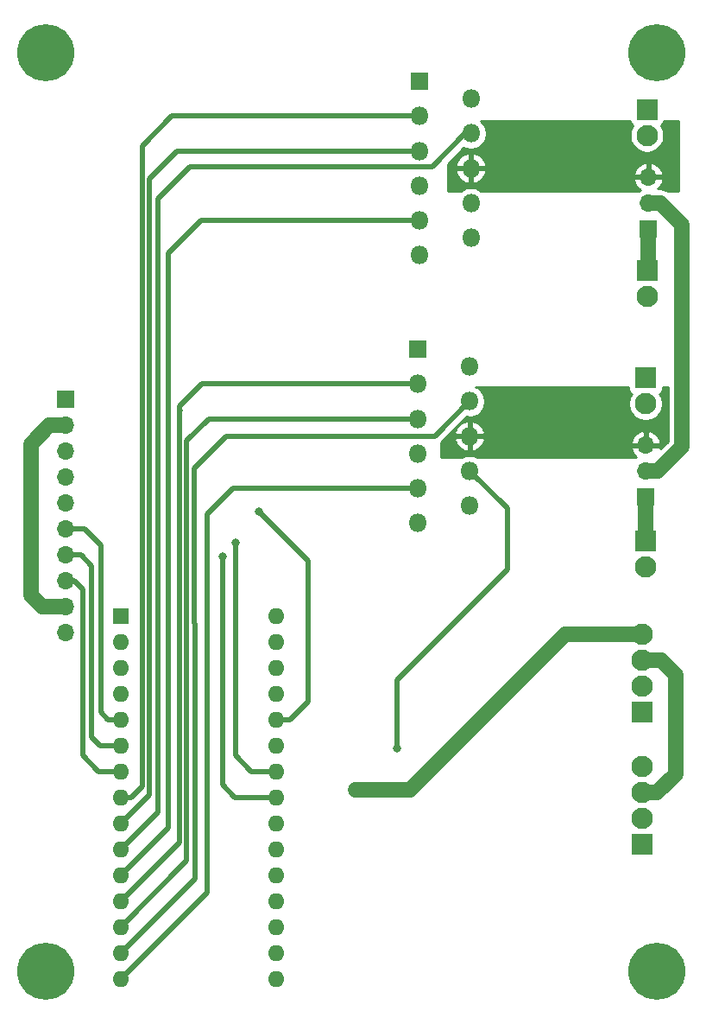
<source format=gbr>
%TF.GenerationSoftware,KiCad,Pcbnew,5.1.10-1.fc34*%
%TF.CreationDate,2021-06-08T11:51:25-04:00*%
%TF.ProjectId,BREAD_Slice,42524541-445f-4536-9c69-63652e6b6963,rev?*%
%TF.SameCoordinates,Original*%
%TF.FileFunction,Copper,L1,Top*%
%TF.FilePolarity,Positive*%
%FSLAX46Y46*%
G04 Gerber Fmt 4.6, Leading zero omitted, Abs format (unit mm)*
G04 Created by KiCad (PCBNEW 5.1.10-1.fc34) date 2021-06-08 11:51:25*
%MOMM*%
%LPD*%
G01*
G04 APERTURE LIST*
%TA.AperFunction,ComponentPad*%
%ADD10O,1.800000X1.800000*%
%TD*%
%TA.AperFunction,ComponentPad*%
%ADD11R,1.800000X1.800000*%
%TD*%
%TA.AperFunction,ComponentPad*%
%ADD12O,1.600000X1.600000*%
%TD*%
%TA.AperFunction,ComponentPad*%
%ADD13R,1.600000X1.600000*%
%TD*%
%TA.AperFunction,ComponentPad*%
%ADD14C,2.100000*%
%TD*%
%TA.AperFunction,ComponentPad*%
%ADD15R,2.100000X2.100000*%
%TD*%
%TA.AperFunction,ComponentPad*%
%ADD16O,1.700000X1.700000*%
%TD*%
%TA.AperFunction,ComponentPad*%
%ADD17R,1.700000X1.700000*%
%TD*%
%TA.AperFunction,ComponentPad*%
%ADD18C,5.600000*%
%TD*%
%TA.AperFunction,ViaPad*%
%ADD19C,1.500000*%
%TD*%
%TA.AperFunction,ViaPad*%
%ADD20C,0.800000*%
%TD*%
%TA.AperFunction,Conductor*%
%ADD21C,1.500000*%
%TD*%
%TA.AperFunction,Conductor*%
%ADD22C,0.500000*%
%TD*%
%TA.AperFunction,Conductor*%
%ADD23C,0.254000*%
%TD*%
%TA.AperFunction,Conductor*%
%ADD24C,0.100000*%
%TD*%
G04 APERTURE END LIST*
D10*
%TO.P,U2,11*%
%TO.N,Net-(C8-Pad1)*%
X164256000Y-64636000D03*
%TO.P,U2,10*%
%TO.N,Net-(C8-Pad2)*%
X169336000Y-62936000D03*
%TO.P,U2,9*%
%TO.N,/THRM2*%
X164256000Y-61236000D03*
%TO.P,U2,8*%
%TO.N,/CSEN2*%
X169336000Y-59536000D03*
%TO.P,U2,7*%
%TO.N,GND*%
X164256000Y-57836000D03*
%TO.P,U2,6*%
%TO.N,Net-(C4-Pad1)*%
X169336000Y-56136000D03*
%TO.P,U2,5*%
%TO.N,/MC2*%
X164256000Y-54436000D03*
%TO.P,U2,4*%
%TO.N,/BR2*%
X169336000Y-52736000D03*
%TO.P,U2,3*%
%TO.N,/DIR2*%
X164256000Y-51036000D03*
%TO.P,U2,2*%
%TO.N,Net-(C7-Pad1)*%
X169336000Y-49336000D03*
D11*
%TO.P,U2,1*%
%TO.N,Net-(C7-Pad2)*%
X164256000Y-47636000D03*
%TD*%
D12*
%TO.P,A1,16*%
%TO.N,Net-(A1-Pad16)*%
X150240000Y-135560000D03*
%TO.P,A1,15*%
%TO.N,/THRM1*%
X135000000Y-135560000D03*
%TO.P,A1,30*%
%TO.N,+12V*%
X150240000Y-100000000D03*
%TO.P,A1,14*%
%TO.N,/BR1*%
X135000000Y-133020000D03*
%TO.P,A1,29*%
%TO.N,GND*%
X150240000Y-102540000D03*
%TO.P,A1,13*%
%TO.N,/MC1*%
X135000000Y-130480000D03*
%TO.P,A1,28*%
%TO.N,Net-(A1-Pad28)*%
X150240000Y-105080000D03*
%TO.P,A1,12*%
%TO.N,/DIR1*%
X135000000Y-127940000D03*
%TO.P,A1,27*%
%TO.N,+5V*%
X150240000Y-107620000D03*
%TO.P,A1,11*%
%TO.N,/THRM2*%
X135000000Y-125400000D03*
%TO.P,A1,26*%
%TO.N,/CSEN2*%
X150240000Y-110160000D03*
%TO.P,A1,10*%
%TO.N,/BR2*%
X135000000Y-122860000D03*
%TO.P,A1,25*%
%TO.N,/CSEN1*%
X150240000Y-112700000D03*
%TO.P,A1,9*%
%TO.N,/MC2*%
X135000000Y-120320000D03*
%TO.P,A1,24*%
%TO.N,/I2C_CLK*%
X150240000Y-115240000D03*
%TO.P,A1,8*%
%TO.N,/DIR2*%
X135000000Y-117780000D03*
%TO.P,A1,23*%
%TO.N,/I2C_DAT*%
X150240000Y-117780000D03*
%TO.P,A1,7*%
%TO.N,/SYNC*%
X135000000Y-115240000D03*
%TO.P,A1,22*%
%TO.N,/B2*%
X150240000Y-120320000D03*
%TO.P,A1,6*%
%TO.N,/INT*%
X135000000Y-112700000D03*
%TO.P,A1,21*%
%TO.N,/A2*%
X150240000Y-122860000D03*
%TO.P,A1,5*%
%TO.N,/E_STOP*%
X135000000Y-110160000D03*
%TO.P,A1,20*%
%TO.N,/B1*%
X150240000Y-125400000D03*
%TO.P,A1,4*%
%TO.N,GND*%
X135000000Y-107620000D03*
%TO.P,A1,19*%
%TO.N,/A1*%
X150240000Y-127940000D03*
%TO.P,A1,3*%
%TO.N,Net-(A1-Pad3)*%
X135000000Y-105080000D03*
%TO.P,A1,18*%
%TO.N,Net-(A1-Pad18)*%
X150240000Y-130480000D03*
%TO.P,A1,2*%
%TO.N,Net-(A1-Pad2)*%
X135000000Y-102540000D03*
%TO.P,A1,17*%
%TO.N,Net-(A1-Pad17)*%
X150240000Y-133020000D03*
D13*
%TO.P,A1,1*%
%TO.N,Net-(A1-Pad1)*%
X135000000Y-100000000D03*
%TD*%
D10*
%TO.P,U1,11*%
%TO.N,Net-(C6-Pad1)*%
X164129000Y-90887000D03*
%TO.P,U1,10*%
%TO.N,Net-(C6-Pad2)*%
X169209000Y-89187000D03*
%TO.P,U1,9*%
%TO.N,/THRM1*%
X164129000Y-87487000D03*
%TO.P,U1,8*%
%TO.N,/CSEN1*%
X169209000Y-85787000D03*
%TO.P,U1,7*%
%TO.N,GND*%
X164129000Y-84087000D03*
%TO.P,U1,6*%
%TO.N,Net-(C3-Pad1)*%
X169209000Y-82387000D03*
%TO.P,U1,5*%
%TO.N,/MC1*%
X164129000Y-80687000D03*
%TO.P,U1,4*%
%TO.N,/BR1*%
X169209000Y-78987000D03*
%TO.P,U1,3*%
%TO.N,/DIR1*%
X164129000Y-77287000D03*
%TO.P,U1,2*%
%TO.N,Net-(C5-Pad1)*%
X169209000Y-75587000D03*
D11*
%TO.P,U1,1*%
%TO.N,Net-(C5-Pad2)*%
X164129000Y-73887000D03*
%TD*%
D14*
%TO.P,J9,2*%
%TO.N,GND*%
X186608000Y-68680000D03*
D15*
%TO.P,J9,1*%
%TO.N,/CUST2*%
X186608000Y-66140000D03*
%TD*%
D14*
%TO.P,J8,2*%
%TO.N,GND*%
X186481000Y-95223000D03*
D15*
%TO.P,J8,1*%
%TO.N,/CUST1*%
X186481000Y-92683000D03*
%TD*%
D14*
%TO.P,J7,2*%
%TO.N,Net-(C8-Pad2)*%
X186608000Y-52932000D03*
D15*
%TO.P,J7,1*%
%TO.N,Net-(C7-Pad1)*%
X186608000Y-50392000D03*
%TD*%
D14*
%TO.P,J6,2*%
%TO.N,Net-(C6-Pad2)*%
X186481000Y-79221000D03*
D15*
%TO.P,J6,1*%
%TO.N,Net-(C5-Pad1)*%
X186481000Y-76681000D03*
%TD*%
D16*
%TO.P,J5,3*%
%TO.N,Net-(C4-Pad1)*%
X186735000Y-56996000D03*
%TO.P,J5,2*%
%TO.N,+12V*%
X186735000Y-59536000D03*
D17*
%TO.P,J5,1*%
%TO.N,/CUST2*%
X186735000Y-62076000D03*
%TD*%
D16*
%TO.P,J4,3*%
%TO.N,Net-(C3-Pad1)*%
X186481000Y-83285000D03*
%TO.P,J4,2*%
%TO.N,+12V*%
X186481000Y-85825000D03*
D17*
%TO.P,J4,1*%
%TO.N,/CUST1*%
X186481000Y-88365000D03*
%TD*%
D14*
%TO.P,J3,4*%
%TO.N,GND*%
X186100000Y-101827000D03*
%TO.P,J3,3*%
%TO.N,+5V*%
X186100000Y-104367000D03*
%TO.P,J3,2*%
%TO.N,/B2*%
X186100000Y-106907000D03*
D15*
%TO.P,J3,1*%
%TO.N,/A2*%
X186100000Y-109447000D03*
%TD*%
D14*
%TO.P,J2,4*%
%TO.N,GND*%
X186100000Y-114781000D03*
%TO.P,J2,3*%
%TO.N,+5V*%
X186100000Y-117321000D03*
%TO.P,J2,2*%
%TO.N,/B1*%
X186100000Y-119861000D03*
D15*
%TO.P,J2,1*%
%TO.N,/A1*%
X186100000Y-122401000D03*
%TD*%
D18*
%TO.P,H4,1*%
%TO.N,N/C*%
X187600000Y-134800000D03*
%TD*%
%TO.P,H3,1*%
%TO.N,N/C*%
X127600000Y-134800000D03*
%TD*%
%TO.P,H2,1*%
%TO.N,N/C*%
X187600000Y-44800000D03*
%TD*%
%TO.P,H1,1*%
%TO.N,N/C*%
X127600000Y-44800000D03*
%TD*%
D13*
%TO.P,A1,1*%
%TO.N,Net-(A1-Pad1)*%
X135000000Y-100000000D03*
D12*
%TO.P,A1,17*%
%TO.N,Net-(A1-Pad17)*%
X150240000Y-133020000D03*
%TO.P,A1,2*%
%TO.N,Net-(A1-Pad2)*%
X135000000Y-102540000D03*
%TO.P,A1,18*%
%TO.N,Net-(A1-Pad18)*%
X150240000Y-130480000D03*
%TO.P,A1,3*%
%TO.N,Net-(A1-Pad3)*%
X135000000Y-105080000D03*
%TO.P,A1,19*%
%TO.N,/A1*%
X150240000Y-127940000D03*
%TO.P,A1,4*%
%TO.N,GND*%
X135000000Y-107620000D03*
%TO.P,A1,20*%
%TO.N,/B1*%
X150240000Y-125400000D03*
%TO.P,A1,5*%
%TO.N,/E_STOP*%
X135000000Y-110160000D03*
%TO.P,A1,21*%
%TO.N,/A2*%
X150240000Y-122860000D03*
%TO.P,A1,6*%
%TO.N,/INT*%
X135000000Y-112700000D03*
%TO.P,A1,22*%
%TO.N,/B2*%
X150240000Y-120320000D03*
%TO.P,A1,7*%
%TO.N,/SYNC*%
X135000000Y-115240000D03*
%TO.P,A1,23*%
%TO.N,/I2C_DAT*%
X150240000Y-117780000D03*
%TO.P,A1,8*%
%TO.N,/DIR2*%
X135000000Y-117780000D03*
%TO.P,A1,24*%
%TO.N,/I2C_CLK*%
X150240000Y-115240000D03*
%TO.P,A1,9*%
%TO.N,/MC2*%
X135000000Y-120320000D03*
%TO.P,A1,25*%
%TO.N,/CSEN1*%
X150240000Y-112700000D03*
%TO.P,A1,10*%
%TO.N,/BR2*%
X135000000Y-122860000D03*
%TO.P,A1,26*%
%TO.N,/CSEN2*%
X150240000Y-110160000D03*
%TO.P,A1,11*%
%TO.N,/THRM2*%
X135000000Y-125400000D03*
%TO.P,A1,27*%
%TO.N,+5V*%
X150240000Y-107620000D03*
%TO.P,A1,12*%
%TO.N,/DIR1*%
X135000000Y-127940000D03*
%TO.P,A1,28*%
%TO.N,Net-(A1-Pad28)*%
X150240000Y-105080000D03*
%TO.P,A1,13*%
%TO.N,/MC1*%
X135000000Y-130480000D03*
%TO.P,A1,29*%
%TO.N,GND*%
X150240000Y-102540000D03*
%TO.P,A1,14*%
%TO.N,/BR1*%
X135000000Y-133020000D03*
%TO.P,A1,30*%
%TO.N,+12V*%
X150240000Y-100000000D03*
%TO.P,A1,15*%
%TO.N,/THRM1*%
X135000000Y-135560000D03*
%TO.P,A1,16*%
%TO.N,Net-(A1-Pad16)*%
X150240000Y-135560000D03*
%TD*%
D17*
%TO.P,J1,1*%
%TO.N,GND*%
X129600000Y-78800000D03*
D16*
%TO.P,J1,2*%
%TO.N,+12V*%
X129600000Y-81340000D03*
%TO.P,J1,3*%
%TO.N,/I2C_CLK*%
X129600000Y-83880000D03*
%TO.P,J1,4*%
%TO.N,/I2C_DAT*%
X129600000Y-86420000D03*
%TO.P,J1,5*%
%TO.N,GND*%
X129600000Y-88960000D03*
%TO.P,J1,6*%
%TO.N,/E_STOP*%
X129600000Y-91500000D03*
%TO.P,J1,7*%
%TO.N,/INT*%
X129600000Y-94040000D03*
%TO.P,J1,8*%
%TO.N,/SYNC*%
X129600000Y-96580000D03*
%TO.P,J1,9*%
%TO.N,+12V*%
X129600000Y-99120000D03*
%TO.P,J1,10*%
%TO.N,GND*%
X129600000Y-101660000D03*
%TD*%
D19*
%TO.N,GND*%
X158033000Y-117067000D03*
D20*
%TO.N,/I2C_CLK*%
X146222000Y-92810000D03*
%TO.N,/I2C_DAT*%
X144952000Y-94207000D03*
%TO.N,/CSEN1*%
X162097000Y-113003000D03*
%TO.N,/CSEN2*%
X148508000Y-89762000D03*
%TD*%
D21*
%TO.N,GND*%
X186100000Y-101827000D02*
X178607000Y-101827000D01*
X163367000Y-117067000D02*
X158033000Y-117067000D01*
X178607000Y-101827000D02*
X163367000Y-117067000D01*
%TO.N,+5V*%
X187584924Y-117321000D02*
X186100000Y-117321000D01*
X189402000Y-115503924D02*
X187584924Y-117321000D01*
X189402000Y-105764000D02*
X189402000Y-115503924D01*
X188005000Y-104367000D02*
X189402000Y-105764000D01*
X186100000Y-104367000D02*
X188005000Y-104367000D01*
D22*
%TO.N,/I2C_CLK*%
X150240000Y-115240000D02*
X147824000Y-115240000D01*
X146222000Y-113638000D02*
X146222000Y-92810000D01*
X147824000Y-115240000D02*
X146222000Y-113638000D01*
%TO.N,/I2C_DAT*%
X150240000Y-117780000D02*
X146173000Y-117780000D01*
X144952000Y-116559000D02*
X144952000Y-94207000D01*
X146173000Y-117780000D02*
X144952000Y-116559000D01*
%TO.N,/SYNC*%
X135000000Y-115240000D02*
X132838000Y-115240000D01*
X132838000Y-115240000D02*
X131236000Y-113638000D01*
X131236000Y-113638000D02*
X131236000Y-97382000D01*
X130434000Y-96580000D02*
X129600000Y-96580000D01*
X131236000Y-97382000D02*
X130434000Y-96580000D01*
%TO.N,/E_STOP*%
X135000000Y-110160000D02*
X133727000Y-110160000D01*
X133727000Y-110160000D02*
X133014000Y-109447000D01*
X133014000Y-109447000D02*
X133014000Y-93064000D01*
X131450000Y-91500000D02*
X129600000Y-91500000D01*
X133014000Y-93064000D02*
X131450000Y-91500000D01*
D21*
%TO.N,+12V*%
X129600000Y-81340000D02*
X127974000Y-81340000D01*
X127974000Y-81340000D02*
X126156000Y-83158000D01*
X126156000Y-83158000D02*
X126156000Y-98017000D01*
X127259000Y-99120000D02*
X129600000Y-99120000D01*
X126156000Y-98017000D02*
X127259000Y-99120000D01*
X187937081Y-59536000D02*
X190037000Y-61635919D01*
X186735000Y-59536000D02*
X187937081Y-59536000D01*
X187683081Y-85825000D02*
X186481000Y-85825000D01*
X190037000Y-83471081D02*
X187683081Y-85825000D01*
X190037000Y-61635919D02*
X190037000Y-83471081D01*
D22*
%TO.N,/INT*%
X131069000Y-94040000D02*
X129600000Y-94040000D01*
X132125000Y-95096000D02*
X131069000Y-94040000D01*
X132125000Y-111860000D02*
X132125000Y-95096000D01*
X132965000Y-112700000D02*
X132125000Y-111860000D01*
X135000000Y-112700000D02*
X132965000Y-112700000D01*
%TO.N,/BR1*%
X169189000Y-78987000D02*
X169209000Y-78987000D01*
X165780000Y-82396000D02*
X169189000Y-78987000D01*
X145333000Y-82396000D02*
X165780000Y-82396000D01*
X142161020Y-85567980D02*
X145333000Y-82396000D01*
X142285000Y-100811000D02*
X142161020Y-100687020D01*
X142161020Y-100687020D02*
X142161020Y-85567980D01*
X142285000Y-125735000D02*
X142285000Y-100811000D01*
X135000000Y-133020000D02*
X142285000Y-125735000D01*
%TO.N,/BR2*%
X168770000Y-52736000D02*
X169336000Y-52736000D01*
X165526000Y-55980000D02*
X168770000Y-52736000D01*
X141777000Y-55980000D02*
X165526000Y-55980000D01*
X138602000Y-59155000D02*
X141777000Y-55980000D01*
X138602000Y-119258000D02*
X138602000Y-59155000D01*
X135000000Y-122860000D02*
X138602000Y-119258000D01*
%TO.N,/CSEN1*%
X162097000Y-113003000D02*
X162097000Y-106272000D01*
X162097000Y-106272000D02*
X172892000Y-95477000D01*
X172892000Y-89470000D02*
X169209000Y-85787000D01*
X172892000Y-95477000D02*
X172892000Y-89470000D01*
%TO.N,/DIR1*%
X135000000Y-127940000D02*
X140761000Y-122179000D01*
X140761000Y-79856000D02*
X140830000Y-79856000D01*
X140761000Y-122179000D02*
X140761000Y-79856000D01*
X140761000Y-79475000D02*
X142949000Y-77287000D01*
X140761000Y-79856000D02*
X140761000Y-79475000D01*
X142949000Y-77287000D02*
X164129000Y-77287000D01*
%TO.N,/CSEN2*%
X150240000Y-110160000D02*
X151605000Y-110160000D01*
X151605000Y-110160000D02*
X153334000Y-108431000D01*
X153334000Y-94588000D02*
X148508000Y-89762000D01*
X153334000Y-108431000D02*
X153334000Y-94588000D01*
%TO.N,/DIR2*%
X135000000Y-117780000D02*
X135984000Y-117780000D01*
X135984000Y-117780000D02*
X137078000Y-116686000D01*
X139990000Y-51036000D02*
X142802000Y-51036000D01*
X137078000Y-53948000D02*
X139990000Y-51036000D01*
X142802000Y-51036000D02*
X164256000Y-51036000D01*
X137078000Y-116686000D02*
X137078000Y-53948000D01*
%TO.N,/MC1*%
X143624000Y-80687000D02*
X164129000Y-80687000D01*
X141461010Y-82849990D02*
X143624000Y-80687000D01*
X141461010Y-124018990D02*
X141461010Y-82849990D01*
X135000000Y-130480000D02*
X141461010Y-124018990D01*
%TO.N,/MC2*%
X140527000Y-54436000D02*
X164256000Y-54436000D01*
X137778010Y-57184990D02*
X140527000Y-54436000D01*
X137778010Y-117541990D02*
X137778010Y-57184990D01*
X135000000Y-120320000D02*
X137778010Y-117541990D01*
%TO.N,/THRM1*%
X135000000Y-135560000D02*
X143428000Y-127132000D01*
X143428000Y-127132000D02*
X143428000Y-90778000D01*
X143428000Y-90778000D02*
X143428000Y-90905000D01*
X145979000Y-87487000D02*
X164129000Y-87487000D01*
X143428000Y-90038000D02*
X145979000Y-87487000D01*
X143428000Y-90778000D02*
X143428000Y-90038000D01*
%TO.N,/THRM2*%
X142871000Y-61236000D02*
X164256000Y-61236000D01*
X139618000Y-64489000D02*
X142871000Y-61236000D01*
X139618000Y-120750000D02*
X139618000Y-64489000D01*
X136570000Y-123798000D02*
X139618000Y-120750000D01*
X136570000Y-123830000D02*
X136570000Y-123798000D01*
X135000000Y-125400000D02*
X136570000Y-123830000D01*
D21*
%TO.N,/CUST2*%
X186735000Y-66013000D02*
X186608000Y-66140000D01*
X186735000Y-62076000D02*
X186735000Y-66013000D01*
%TO.N,/CUST1*%
X186481000Y-92683000D02*
X186481000Y-88365000D01*
%TD*%
D23*
%TO.N,Net-(C4-Pad1)*%
X184932188Y-51566482D02*
X184968498Y-51686180D01*
X185027463Y-51796494D01*
X185106815Y-51893185D01*
X185203506Y-51972537D01*
X185217546Y-51980042D01*
X185114772Y-52133853D01*
X184987754Y-52440504D01*
X184923000Y-52766042D01*
X184923000Y-53097958D01*
X184987754Y-53423496D01*
X185114772Y-53730147D01*
X185299175Y-54006125D01*
X185533875Y-54240825D01*
X185809853Y-54425228D01*
X186116504Y-54552246D01*
X186442042Y-54617000D01*
X186773958Y-54617000D01*
X187099496Y-54552246D01*
X187406147Y-54425228D01*
X187682125Y-54240825D01*
X187916825Y-54006125D01*
X188101228Y-53730147D01*
X188228246Y-53423496D01*
X188293000Y-53097958D01*
X188293000Y-52766042D01*
X188228246Y-52440504D01*
X188101228Y-52133853D01*
X187998454Y-51980042D01*
X188012494Y-51972537D01*
X188109185Y-51893185D01*
X188188537Y-51796494D01*
X188247502Y-51686180D01*
X188283812Y-51566482D01*
X188286913Y-51535000D01*
X189656000Y-51535000D01*
X189656000Y-58393000D01*
X188727519Y-58393000D01*
X188710269Y-58378843D01*
X188469662Y-58250236D01*
X188208588Y-58171040D01*
X188005118Y-58151000D01*
X188005110Y-58151000D01*
X187937081Y-58144300D01*
X187869052Y-58151000D01*
X187660929Y-58151000D01*
X187832588Y-57996269D01*
X188006641Y-57762920D01*
X188131825Y-57500099D01*
X188176476Y-57352890D01*
X188055155Y-57123000D01*
X186862000Y-57123000D01*
X186862000Y-57143000D01*
X186608000Y-57143000D01*
X186608000Y-57123000D01*
X185414845Y-57123000D01*
X185293524Y-57352890D01*
X185338175Y-57500099D01*
X185463359Y-57762920D01*
X185637412Y-57996269D01*
X185853645Y-58191178D01*
X185970534Y-58260805D01*
X185788368Y-58382525D01*
X185777893Y-58393000D01*
X170363817Y-58393000D01*
X170314505Y-58343688D01*
X170063095Y-58175701D01*
X169783743Y-58059989D01*
X169487184Y-58001000D01*
X169184816Y-58001000D01*
X168888257Y-58059989D01*
X168608905Y-58175701D01*
X168357495Y-58343688D01*
X168308183Y-58393000D01*
X167050000Y-58393000D01*
X167050000Y-56500741D01*
X167844959Y-56500741D01*
X167944766Y-56784620D01*
X168098038Y-57043573D01*
X168298884Y-57267649D01*
X168539586Y-57448236D01*
X168810893Y-57578394D01*
X168971260Y-57627036D01*
X169209000Y-57506378D01*
X169209000Y-56263000D01*
X169463000Y-56263000D01*
X169463000Y-57506378D01*
X169700740Y-57627036D01*
X169861107Y-57578394D01*
X170132414Y-57448236D01*
X170373116Y-57267649D01*
X170573962Y-57043573D01*
X170727234Y-56784620D01*
X170778392Y-56639110D01*
X185293524Y-56639110D01*
X185414845Y-56869000D01*
X186608000Y-56869000D01*
X186608000Y-55675186D01*
X186862000Y-55675186D01*
X186862000Y-56869000D01*
X188055155Y-56869000D01*
X188176476Y-56639110D01*
X188131825Y-56491901D01*
X188006641Y-56229080D01*
X187832588Y-55995731D01*
X187616355Y-55800822D01*
X187366252Y-55651843D01*
X187091891Y-55554519D01*
X186862000Y-55675186D01*
X186608000Y-55675186D01*
X186378109Y-55554519D01*
X186103748Y-55651843D01*
X185853645Y-55800822D01*
X185637412Y-55995731D01*
X185463359Y-56229080D01*
X185338175Y-56491901D01*
X185293524Y-56639110D01*
X170778392Y-56639110D01*
X170827041Y-56500741D01*
X170706992Y-56263000D01*
X169463000Y-56263000D01*
X169209000Y-56263000D01*
X167965008Y-56263000D01*
X167844959Y-56500741D01*
X167050000Y-56500741D01*
X167050000Y-55771259D01*
X167844959Y-55771259D01*
X167965008Y-56009000D01*
X169209000Y-56009000D01*
X169209000Y-54765622D01*
X169463000Y-54765622D01*
X169463000Y-56009000D01*
X170706992Y-56009000D01*
X170827041Y-55771259D01*
X170727234Y-55487380D01*
X170573962Y-55228427D01*
X170373116Y-55004351D01*
X170132414Y-54823764D01*
X169861107Y-54693606D01*
X169700740Y-54644964D01*
X169463000Y-54765622D01*
X169209000Y-54765622D01*
X168971260Y-54644964D01*
X168810893Y-54693606D01*
X168539586Y-54823764D01*
X168298884Y-55004351D01*
X168098038Y-55228427D01*
X167944766Y-55487380D01*
X167844959Y-55771259D01*
X167050000Y-55771259D01*
X167050000Y-55707578D01*
X168645939Y-54111639D01*
X168888257Y-54212011D01*
X169184816Y-54271000D01*
X169487184Y-54271000D01*
X169783743Y-54212011D01*
X170063095Y-54096299D01*
X170314505Y-53928312D01*
X170528312Y-53714505D01*
X170696299Y-53463095D01*
X170812011Y-53183743D01*
X170871000Y-52887184D01*
X170871000Y-52584816D01*
X170812011Y-52288257D01*
X170696299Y-52008905D01*
X170528312Y-51757495D01*
X170314505Y-51543688D01*
X170301503Y-51535000D01*
X184929087Y-51535000D01*
X184932188Y-51566482D01*
%TA.AperFunction,Conductor*%
D24*
G36*
X184932188Y-51566482D02*
G01*
X184968498Y-51686180D01*
X185027463Y-51796494D01*
X185106815Y-51893185D01*
X185203506Y-51972537D01*
X185217546Y-51980042D01*
X185114772Y-52133853D01*
X184987754Y-52440504D01*
X184923000Y-52766042D01*
X184923000Y-53097958D01*
X184987754Y-53423496D01*
X185114772Y-53730147D01*
X185299175Y-54006125D01*
X185533875Y-54240825D01*
X185809853Y-54425228D01*
X186116504Y-54552246D01*
X186442042Y-54617000D01*
X186773958Y-54617000D01*
X187099496Y-54552246D01*
X187406147Y-54425228D01*
X187682125Y-54240825D01*
X187916825Y-54006125D01*
X188101228Y-53730147D01*
X188228246Y-53423496D01*
X188293000Y-53097958D01*
X188293000Y-52766042D01*
X188228246Y-52440504D01*
X188101228Y-52133853D01*
X187998454Y-51980042D01*
X188012494Y-51972537D01*
X188109185Y-51893185D01*
X188188537Y-51796494D01*
X188247502Y-51686180D01*
X188283812Y-51566482D01*
X188286913Y-51535000D01*
X189656000Y-51535000D01*
X189656000Y-58393000D01*
X188727519Y-58393000D01*
X188710269Y-58378843D01*
X188469662Y-58250236D01*
X188208588Y-58171040D01*
X188005118Y-58151000D01*
X188005110Y-58151000D01*
X187937081Y-58144300D01*
X187869052Y-58151000D01*
X187660929Y-58151000D01*
X187832588Y-57996269D01*
X188006641Y-57762920D01*
X188131825Y-57500099D01*
X188176476Y-57352890D01*
X188055155Y-57123000D01*
X186862000Y-57123000D01*
X186862000Y-57143000D01*
X186608000Y-57143000D01*
X186608000Y-57123000D01*
X185414845Y-57123000D01*
X185293524Y-57352890D01*
X185338175Y-57500099D01*
X185463359Y-57762920D01*
X185637412Y-57996269D01*
X185853645Y-58191178D01*
X185970534Y-58260805D01*
X185788368Y-58382525D01*
X185777893Y-58393000D01*
X170363817Y-58393000D01*
X170314505Y-58343688D01*
X170063095Y-58175701D01*
X169783743Y-58059989D01*
X169487184Y-58001000D01*
X169184816Y-58001000D01*
X168888257Y-58059989D01*
X168608905Y-58175701D01*
X168357495Y-58343688D01*
X168308183Y-58393000D01*
X167050000Y-58393000D01*
X167050000Y-56500741D01*
X167844959Y-56500741D01*
X167944766Y-56784620D01*
X168098038Y-57043573D01*
X168298884Y-57267649D01*
X168539586Y-57448236D01*
X168810893Y-57578394D01*
X168971260Y-57627036D01*
X169209000Y-57506378D01*
X169209000Y-56263000D01*
X169463000Y-56263000D01*
X169463000Y-57506378D01*
X169700740Y-57627036D01*
X169861107Y-57578394D01*
X170132414Y-57448236D01*
X170373116Y-57267649D01*
X170573962Y-57043573D01*
X170727234Y-56784620D01*
X170778392Y-56639110D01*
X185293524Y-56639110D01*
X185414845Y-56869000D01*
X186608000Y-56869000D01*
X186608000Y-55675186D01*
X186862000Y-55675186D01*
X186862000Y-56869000D01*
X188055155Y-56869000D01*
X188176476Y-56639110D01*
X188131825Y-56491901D01*
X188006641Y-56229080D01*
X187832588Y-55995731D01*
X187616355Y-55800822D01*
X187366252Y-55651843D01*
X187091891Y-55554519D01*
X186862000Y-55675186D01*
X186608000Y-55675186D01*
X186378109Y-55554519D01*
X186103748Y-55651843D01*
X185853645Y-55800822D01*
X185637412Y-55995731D01*
X185463359Y-56229080D01*
X185338175Y-56491901D01*
X185293524Y-56639110D01*
X170778392Y-56639110D01*
X170827041Y-56500741D01*
X170706992Y-56263000D01*
X169463000Y-56263000D01*
X169209000Y-56263000D01*
X167965008Y-56263000D01*
X167844959Y-56500741D01*
X167050000Y-56500741D01*
X167050000Y-55771259D01*
X167844959Y-55771259D01*
X167965008Y-56009000D01*
X169209000Y-56009000D01*
X169209000Y-54765622D01*
X169463000Y-54765622D01*
X169463000Y-56009000D01*
X170706992Y-56009000D01*
X170827041Y-55771259D01*
X170727234Y-55487380D01*
X170573962Y-55228427D01*
X170373116Y-55004351D01*
X170132414Y-54823764D01*
X169861107Y-54693606D01*
X169700740Y-54644964D01*
X169463000Y-54765622D01*
X169209000Y-54765622D01*
X168971260Y-54644964D01*
X168810893Y-54693606D01*
X168539586Y-54823764D01*
X168298884Y-55004351D01*
X168098038Y-55228427D01*
X167944766Y-55487380D01*
X167844959Y-55771259D01*
X167050000Y-55771259D01*
X167050000Y-55707578D01*
X168645939Y-54111639D01*
X168888257Y-54212011D01*
X169184816Y-54271000D01*
X169487184Y-54271000D01*
X169783743Y-54212011D01*
X170063095Y-54096299D01*
X170314505Y-53928312D01*
X170528312Y-53714505D01*
X170696299Y-53463095D01*
X170812011Y-53183743D01*
X170871000Y-52887184D01*
X170871000Y-52584816D01*
X170812011Y-52288257D01*
X170696299Y-52008905D01*
X170528312Y-51757495D01*
X170314505Y-51543688D01*
X170301503Y-51535000D01*
X184929087Y-51535000D01*
X184932188Y-51566482D01*
G37*
%TD.AperFunction*%
%TD*%
D23*
%TO.N,Net-(C3-Pad1)*%
X184792928Y-77731000D02*
X184805188Y-77855482D01*
X184841498Y-77975180D01*
X184900463Y-78085494D01*
X184979815Y-78182185D01*
X185076506Y-78261537D01*
X185090546Y-78269042D01*
X184987772Y-78422853D01*
X184860754Y-78729504D01*
X184796000Y-79055042D01*
X184796000Y-79386958D01*
X184860754Y-79712496D01*
X184987772Y-80019147D01*
X185172175Y-80295125D01*
X185406875Y-80529825D01*
X185682853Y-80714228D01*
X185989504Y-80841246D01*
X186315042Y-80906000D01*
X186646958Y-80906000D01*
X186972496Y-80841246D01*
X187279147Y-80714228D01*
X187555125Y-80529825D01*
X187789825Y-80295125D01*
X187974228Y-80019147D01*
X188101246Y-79712496D01*
X188166000Y-79386958D01*
X188166000Y-79055042D01*
X188101246Y-78729504D01*
X187974228Y-78422853D01*
X187871454Y-78269042D01*
X187885494Y-78261537D01*
X187982185Y-78182185D01*
X188061537Y-78085494D01*
X188120502Y-77975180D01*
X188156812Y-77855482D01*
X188169072Y-77731000D01*
X188169072Y-77570000D01*
X188652001Y-77570000D01*
X188652001Y-82897394D01*
X187917305Y-83632091D01*
X187801155Y-83412000D01*
X186608000Y-83412000D01*
X186608000Y-83432000D01*
X186354000Y-83432000D01*
X186354000Y-83412000D01*
X185160845Y-83412000D01*
X185039524Y-83641890D01*
X185084175Y-83789099D01*
X185209359Y-84051920D01*
X185383412Y-84285269D01*
X185541758Y-84428000D01*
X169938039Y-84428000D01*
X169936095Y-84426701D01*
X169656743Y-84310989D01*
X169360184Y-84252000D01*
X169057816Y-84252000D01*
X168761257Y-84310989D01*
X168481905Y-84426701D01*
X168479961Y-84428000D01*
X166415000Y-84428000D01*
X166415000Y-83017283D01*
X166436534Y-82991044D01*
X166675837Y-82751741D01*
X167717959Y-82751741D01*
X167817766Y-83035620D01*
X167971038Y-83294573D01*
X168171884Y-83518649D01*
X168412586Y-83699236D01*
X168683893Y-83829394D01*
X168844260Y-83878036D01*
X169082000Y-83757378D01*
X169082000Y-82514000D01*
X169336000Y-82514000D01*
X169336000Y-83757378D01*
X169573740Y-83878036D01*
X169734107Y-83829394D01*
X170005414Y-83699236D01*
X170246116Y-83518649D01*
X170446962Y-83294573D01*
X170600234Y-83035620D01*
X170638032Y-82928110D01*
X185039524Y-82928110D01*
X185160845Y-83158000D01*
X186354000Y-83158000D01*
X186354000Y-81964186D01*
X186608000Y-81964186D01*
X186608000Y-83158000D01*
X187801155Y-83158000D01*
X187922476Y-82928110D01*
X187877825Y-82780901D01*
X187752641Y-82518080D01*
X187578588Y-82284731D01*
X187362355Y-82089822D01*
X187112252Y-81940843D01*
X186837891Y-81843519D01*
X186608000Y-81964186D01*
X186354000Y-81964186D01*
X186124109Y-81843519D01*
X185849748Y-81940843D01*
X185599645Y-82089822D01*
X185383412Y-82284731D01*
X185209359Y-82518080D01*
X185084175Y-82780901D01*
X185039524Y-82928110D01*
X170638032Y-82928110D01*
X170700041Y-82751741D01*
X170579992Y-82514000D01*
X169336000Y-82514000D01*
X169082000Y-82514000D01*
X167838008Y-82514000D01*
X167717959Y-82751741D01*
X166675837Y-82751741D01*
X168168914Y-81258665D01*
X167971038Y-81479427D01*
X167817766Y-81738380D01*
X167717959Y-82022259D01*
X167838008Y-82260000D01*
X169082000Y-82260000D01*
X169082000Y-81016622D01*
X169336000Y-81016622D01*
X169336000Y-82260000D01*
X170579992Y-82260000D01*
X170700041Y-82022259D01*
X170600234Y-81738380D01*
X170446962Y-81479427D01*
X170246116Y-81255351D01*
X170005414Y-81074764D01*
X169734107Y-80944606D01*
X169573740Y-80895964D01*
X169336000Y-81016622D01*
X169082000Y-81016622D01*
X168844260Y-80895964D01*
X168683893Y-80944606D01*
X168412586Y-81074764D01*
X168173259Y-81254319D01*
X168930836Y-80496742D01*
X169057816Y-80522000D01*
X169360184Y-80522000D01*
X169656743Y-80463011D01*
X169936095Y-80347299D01*
X170187505Y-80179312D01*
X170401312Y-79965505D01*
X170569299Y-79714095D01*
X170685011Y-79434743D01*
X170744000Y-79138184D01*
X170744000Y-78835816D01*
X170685011Y-78539257D01*
X170569299Y-78259905D01*
X170401312Y-78008495D01*
X170187505Y-77794688D01*
X169936095Y-77626701D01*
X169799207Y-77570000D01*
X184792928Y-77570000D01*
X184792928Y-77731000D01*
%TA.AperFunction,Conductor*%
D24*
G36*
X184792928Y-77731000D02*
G01*
X184805188Y-77855482D01*
X184841498Y-77975180D01*
X184900463Y-78085494D01*
X184979815Y-78182185D01*
X185076506Y-78261537D01*
X185090546Y-78269042D01*
X184987772Y-78422853D01*
X184860754Y-78729504D01*
X184796000Y-79055042D01*
X184796000Y-79386958D01*
X184860754Y-79712496D01*
X184987772Y-80019147D01*
X185172175Y-80295125D01*
X185406875Y-80529825D01*
X185682853Y-80714228D01*
X185989504Y-80841246D01*
X186315042Y-80906000D01*
X186646958Y-80906000D01*
X186972496Y-80841246D01*
X187279147Y-80714228D01*
X187555125Y-80529825D01*
X187789825Y-80295125D01*
X187974228Y-80019147D01*
X188101246Y-79712496D01*
X188166000Y-79386958D01*
X188166000Y-79055042D01*
X188101246Y-78729504D01*
X187974228Y-78422853D01*
X187871454Y-78269042D01*
X187885494Y-78261537D01*
X187982185Y-78182185D01*
X188061537Y-78085494D01*
X188120502Y-77975180D01*
X188156812Y-77855482D01*
X188169072Y-77731000D01*
X188169072Y-77570000D01*
X188652001Y-77570000D01*
X188652001Y-82897394D01*
X187917305Y-83632091D01*
X187801155Y-83412000D01*
X186608000Y-83412000D01*
X186608000Y-83432000D01*
X186354000Y-83432000D01*
X186354000Y-83412000D01*
X185160845Y-83412000D01*
X185039524Y-83641890D01*
X185084175Y-83789099D01*
X185209359Y-84051920D01*
X185383412Y-84285269D01*
X185541758Y-84428000D01*
X169938039Y-84428000D01*
X169936095Y-84426701D01*
X169656743Y-84310989D01*
X169360184Y-84252000D01*
X169057816Y-84252000D01*
X168761257Y-84310989D01*
X168481905Y-84426701D01*
X168479961Y-84428000D01*
X166415000Y-84428000D01*
X166415000Y-83017283D01*
X166436534Y-82991044D01*
X166675837Y-82751741D01*
X167717959Y-82751741D01*
X167817766Y-83035620D01*
X167971038Y-83294573D01*
X168171884Y-83518649D01*
X168412586Y-83699236D01*
X168683893Y-83829394D01*
X168844260Y-83878036D01*
X169082000Y-83757378D01*
X169082000Y-82514000D01*
X169336000Y-82514000D01*
X169336000Y-83757378D01*
X169573740Y-83878036D01*
X169734107Y-83829394D01*
X170005414Y-83699236D01*
X170246116Y-83518649D01*
X170446962Y-83294573D01*
X170600234Y-83035620D01*
X170638032Y-82928110D01*
X185039524Y-82928110D01*
X185160845Y-83158000D01*
X186354000Y-83158000D01*
X186354000Y-81964186D01*
X186608000Y-81964186D01*
X186608000Y-83158000D01*
X187801155Y-83158000D01*
X187922476Y-82928110D01*
X187877825Y-82780901D01*
X187752641Y-82518080D01*
X187578588Y-82284731D01*
X187362355Y-82089822D01*
X187112252Y-81940843D01*
X186837891Y-81843519D01*
X186608000Y-81964186D01*
X186354000Y-81964186D01*
X186124109Y-81843519D01*
X185849748Y-81940843D01*
X185599645Y-82089822D01*
X185383412Y-82284731D01*
X185209359Y-82518080D01*
X185084175Y-82780901D01*
X185039524Y-82928110D01*
X170638032Y-82928110D01*
X170700041Y-82751741D01*
X170579992Y-82514000D01*
X169336000Y-82514000D01*
X169082000Y-82514000D01*
X167838008Y-82514000D01*
X167717959Y-82751741D01*
X166675837Y-82751741D01*
X168168914Y-81258665D01*
X167971038Y-81479427D01*
X167817766Y-81738380D01*
X167717959Y-82022259D01*
X167838008Y-82260000D01*
X169082000Y-82260000D01*
X169082000Y-81016622D01*
X169336000Y-81016622D01*
X169336000Y-82260000D01*
X170579992Y-82260000D01*
X170700041Y-82022259D01*
X170600234Y-81738380D01*
X170446962Y-81479427D01*
X170246116Y-81255351D01*
X170005414Y-81074764D01*
X169734107Y-80944606D01*
X169573740Y-80895964D01*
X169336000Y-81016622D01*
X169082000Y-81016622D01*
X168844260Y-80895964D01*
X168683893Y-80944606D01*
X168412586Y-81074764D01*
X168173259Y-81254319D01*
X168930836Y-80496742D01*
X169057816Y-80522000D01*
X169360184Y-80522000D01*
X169656743Y-80463011D01*
X169936095Y-80347299D01*
X170187505Y-80179312D01*
X170401312Y-79965505D01*
X170569299Y-79714095D01*
X170685011Y-79434743D01*
X170744000Y-79138184D01*
X170744000Y-78835816D01*
X170685011Y-78539257D01*
X170569299Y-78259905D01*
X170401312Y-78008495D01*
X170187505Y-77794688D01*
X169936095Y-77626701D01*
X169799207Y-77570000D01*
X184792928Y-77570000D01*
X184792928Y-77731000D01*
G37*
%TD.AperFunction*%
%TD*%
M02*

</source>
